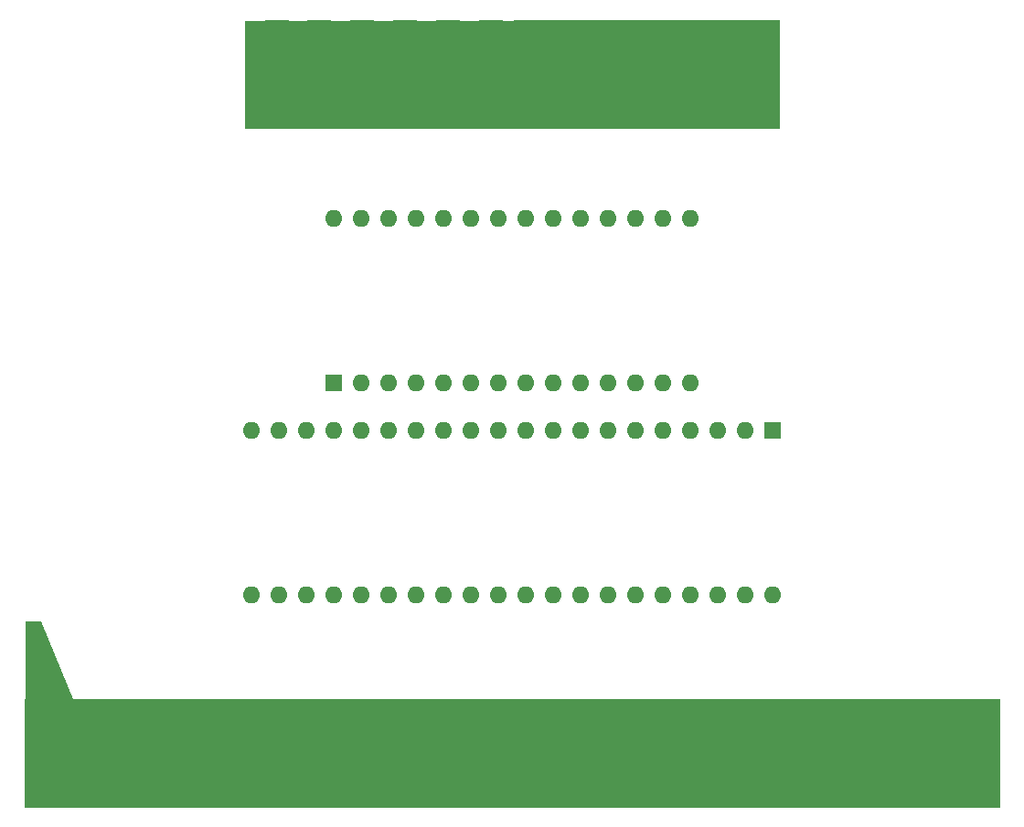
<source format=gbr>
%TF.GenerationSoftware,KiCad,Pcbnew,(5.1.9)-1*%
%TF.CreationDate,2021-06-11T00:57:41-04:00*%
%TF.ProjectId,IEEE488-VIE,49454545-3438-4382-9d56-49452e6b6963,rev?*%
%TF.SameCoordinates,Original*%
%TF.FileFunction,Soldermask,Bot*%
%TF.FilePolarity,Negative*%
%FSLAX46Y46*%
G04 Gerber Fmt 4.6, Leading zero omitted, Abs format (unit mm)*
G04 Created by KiCad (PCBNEW (5.1.9)-1) date 2021-06-11 00:57:41*
%MOMM*%
%LPD*%
G01*
G04 APERTURE LIST*
%ADD10C,0.100000*%
%ADD11R,2.250000X10.000000*%
%ADD12R,1.600000X1.600000*%
%ADD13O,1.600000X1.600000*%
G04 APERTURE END LIST*
D10*
%TO.C,X1*%
G36*
X104760000Y-123740000D02*
G01*
X194960000Y-123740000D01*
X194960000Y-113790000D01*
X104760000Y-113790000D01*
X104760000Y-123740000D01*
G37*
X104760000Y-123740000D02*
X194960000Y-123740000D01*
X194960000Y-113790000D01*
X104760000Y-113790000D01*
X104760000Y-123740000D01*
%TO.C,MEDGE1*%
G36*
X125120400Y-50905400D02*
G01*
X125120400Y-60836800D01*
X174599600Y-60836800D01*
X174599600Y-50880000D01*
X125120400Y-50905400D01*
G37*
X125120400Y-50905400D02*
X125120400Y-60836800D01*
X174599600Y-60836800D01*
X174599600Y-50880000D01*
X125120400Y-50905400D01*
%TD*%
%TO.C,X1*%
G36*
X105720245Y-123739039D02*
G01*
X105714575Y-123737561D01*
X105344575Y-123617561D01*
X105335592Y-123613638D01*
X105329781Y-123609835D01*
X105039781Y-123389835D01*
X105032590Y-123383174D01*
X105025767Y-123373311D01*
X104825767Y-122993811D01*
X104822069Y-122984734D01*
X104820039Y-122972467D01*
X104810039Y-122718467D01*
X104810000Y-122716500D01*
X104810000Y-106587500D01*
X104810961Y-106577745D01*
X104813806Y-106568366D01*
X104818427Y-106559721D01*
X104824645Y-106552145D01*
X104832221Y-106545927D01*
X104840866Y-106541306D01*
X104850245Y-106538461D01*
X104860000Y-106537500D01*
X106257000Y-106537500D01*
X106266755Y-106538461D01*
X106276134Y-106541306D01*
X106284779Y-106545927D01*
X106292355Y-106552145D01*
X106298573Y-106559721D01*
X106303212Y-106568410D01*
X109265836Y-113740000D01*
X109405000Y-113740000D01*
X109405000Y-123740000D01*
X105730000Y-123740000D01*
X105720245Y-123739039D01*
G37*
D11*
X187480000Y-118740000D03*
X183520000Y-118740000D03*
X179560000Y-118740000D03*
X175600000Y-118740000D03*
X167680000Y-118740000D03*
X139960000Y-118740000D03*
X136000000Y-118740000D03*
X128080000Y-118740000D03*
X159760000Y-118740000D03*
X171640000Y-118740000D03*
X155800000Y-118740000D03*
X143920000Y-118740000D03*
X132040000Y-118740000D03*
X163720000Y-118740000D03*
X151840000Y-118740000D03*
X124120000Y-118740000D03*
X120160000Y-118740000D03*
X147880000Y-118740000D03*
X116200000Y-118740000D03*
X112240000Y-118740000D03*
%TD*%
%TO.C,MEDGE1*%
X167680000Y-55880000D03*
X139960000Y-55880000D03*
X136000000Y-55880000D03*
X128080000Y-55880000D03*
X159760000Y-55880000D03*
X171640000Y-55880000D03*
X155800000Y-55880000D03*
X143920000Y-55880000D03*
X132040000Y-55880000D03*
X163720000Y-55880000D03*
X151840000Y-55880000D03*
X147880000Y-55880000D03*
%TD*%
D12*
%TO.C,U1*%
X133350000Y-84455000D03*
D13*
X166370000Y-69215000D03*
X135890000Y-84455000D03*
X163830000Y-69215000D03*
X138430000Y-84455000D03*
X161290000Y-69215000D03*
X140970000Y-84455000D03*
X158750000Y-69215000D03*
X143510000Y-84455000D03*
X156210000Y-69215000D03*
X146050000Y-84455000D03*
X153670000Y-69215000D03*
X148590000Y-84455000D03*
X151130000Y-69215000D03*
X151130000Y-84455000D03*
X148590000Y-69215000D03*
X153670000Y-84455000D03*
X146050000Y-69215000D03*
X156210000Y-84455000D03*
X143510000Y-69215000D03*
X158750000Y-84455000D03*
X140970000Y-69215000D03*
X161290000Y-84455000D03*
X138430000Y-69215000D03*
X163830000Y-84455000D03*
X135890000Y-69215000D03*
X166370000Y-84455000D03*
X133350000Y-69215000D03*
%TD*%
D12*
%TO.C,U2*%
X173990000Y-88900000D03*
D13*
X125730000Y-104140000D03*
X171450000Y-88900000D03*
X128270000Y-104140000D03*
X168910000Y-88900000D03*
X130810000Y-104140000D03*
X166370000Y-88900000D03*
X133350000Y-104140000D03*
X163830000Y-88900000D03*
X135890000Y-104140000D03*
X161290000Y-88900000D03*
X138430000Y-104140000D03*
X158750000Y-88900000D03*
X140970000Y-104140000D03*
X156210000Y-88900000D03*
X143510000Y-104140000D03*
X153670000Y-88900000D03*
X146050000Y-104140000D03*
X151130000Y-88900000D03*
X148590000Y-104140000D03*
X148590000Y-88900000D03*
X151130000Y-104140000D03*
X146050000Y-88900000D03*
X153670000Y-104140000D03*
X143510000Y-88900000D03*
X156210000Y-104140000D03*
X140970000Y-88900000D03*
X158750000Y-104140000D03*
X138430000Y-88900000D03*
X161290000Y-104140000D03*
X135890000Y-88900000D03*
X163830000Y-104140000D03*
X133350000Y-88900000D03*
X166370000Y-104140000D03*
X130810000Y-88900000D03*
X168910000Y-104140000D03*
X128270000Y-88900000D03*
X171450000Y-104140000D03*
X125730000Y-88900000D03*
X173990000Y-104140000D03*
%TD*%
M02*

</source>
